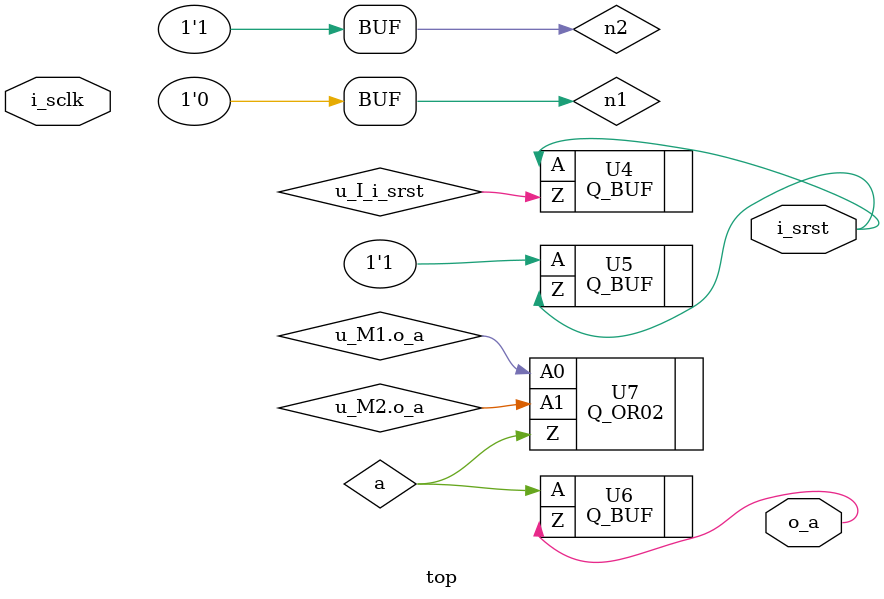
<source format=v>

module M ( u_I_i_srst, u_I_z, u_I_y, u_I_x, o_a, i_sclk);
// pragma CVASTRPROP MODULE HDLICE HDL_MODULE_ATTRIBUTE "0 vlog atb"
input u_I_i_srst;
inout u_I_z;
inout u_I_y;
inout u_I_x;
output o_a;
input i_sclk;
wire a;
supply0 n1;
supply1 n2;
Q_BUF U0 ( .A(n1), .Z(u_I_x));
Q_BUF U1 ( .A(n2), .Z(u_I_y));
Q_ASSIGN U2 ( .B(u_I_z), .A(a));
Q_ASSIGN U3 ( .B(u_I_z), .A(o_a));
endmodule

module top ( i_sclk, o_a, i_srst);
// pragma CVASTRPROP MODULE HDLICE HDL_MODULE_ATTRIBUTE "0 vlog atb"
input i_sclk;
output o_a;
output i_srst;
wire u_I_i_srst;
wire u_I_z;
wire u_I_y;
wire u_I_x;
wire a;
wire [3:0] counter;
supply0 n1;
supply1 n2;
Q_BUF U0 ( .A(n1), .Z(counter[3]));
Q_BUF U1 ( .A(n1), .Z(counter[2]));
Q_BUF U2 ( .A(n1), .Z(counter[1]));
Q_BUF U3 ( .A(n1), .Z(counter[0]));
Q_BUF U4 ( .A(i_srst), .Z(u_I_i_srst));
Q_BUF U5 ( .A(n2), .Z(i_srst));
Q_BUF U6 ( .A(a), .Z(o_a));
Q_OR02 U7 ( .A0(u_M1.o_a), .A1(u_M2.o_a), .Z(a));
Q_AN02 U8 ( .A0(u_I_x), .A1(u_I_y), .Z(n3));
Q_LDP0I1 U9 (.G(\u_I_z%release ), .D(n1), .Q(n4), .QN());
Q_BUFZP U10 (.OE(n4), .A(n2), .Z(\u_I_z%force ));
Q_BUFZP U11 (.OE(n4), .A(n3), .Z(\u_I_z%force_value ));
M u_M1 ( n2, n5, u_I_y, u_I_x,,);
M u_M2 ( n2, n5, u_I_y, u_I_x,,);
Q_RDN U14 (.Z(\u_I_z%release ));
Q_RDN U15 (.Z(\u_I_z%force ));
Q_MX02 U16 (.S(\u_I_z%force ), .A0(n5), .A1(\u_I_z%force_value ), .Z(u_I_z));
`ifdef Q_DISPLAY_BUFFER_USE
`ifdef CBV
`else
Q_DISPLAY_BUFFER Q_DISPLAY_BUFFER ();
`endif
`endif
`ifdef Q_HDL_ROOT_USE
Q_HDL_ROOT Q_HDL_ROOT ();
`endif
endmodule

</source>
